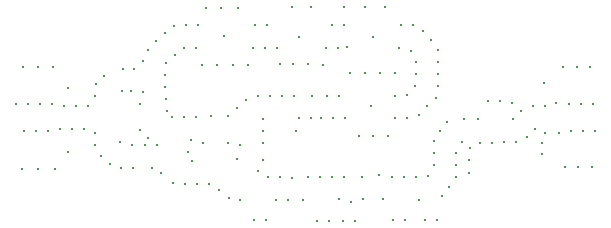
<source format=gbr>
%TF.GenerationSoftware,Altium Limited,Altium Designer,22.6.1 (34)*%
G04 Layer_Color=0*
%FSLAX26Y26*%
%MOIN*%
%TF.SameCoordinates,8B827DF8-CB59-4627-A0E1-72AFC477AE17*%
%TF.FilePolarity,Positive*%
%TF.FileFunction,Plated,1,2,PTH,Drill*%
%TF.Part,Single*%
G01*
G75*
%TA.AperFunction,ViaDrill,NotFilled*%
%ADD45C,0.010000*%
D45*
X2175000Y1440000D02*
D03*
X1861935Y1158250D02*
D03*
X1821935D02*
D03*
X2393282Y1158870D02*
D03*
X2433282D02*
D03*
X2288282D02*
D03*
X2328282D02*
D03*
X2035000Y1155000D02*
D03*
X2075000D02*
D03*
X2245000Y1650000D02*
D03*
X2145000D02*
D03*
X2295000D02*
D03*
X2951853Y1545392D02*
D03*
X2911853D02*
D03*
X2871853D02*
D03*
X2830000Y1550000D02*
D03*
X2792366Y1537725D02*
D03*
X2752366D02*
D03*
X2715027Y1523378D02*
D03*
X2686743Y1495094D02*
D03*
X2570000Y1495000D02*
D03*
X2545000Y1400000D02*
D03*
X2576468Y1416559D02*
D03*
X2616468D02*
D03*
X2656461Y1417275D02*
D03*
X2696461D02*
D03*
X2732655Y1434304D02*
D03*
X2761250Y1462275D02*
D03*
X2795000Y1450000D02*
D03*
X2840000D02*
D03*
X2880508Y1454608D02*
D03*
X2920508D02*
D03*
X2960508D02*
D03*
X2467001Y1486727D02*
D03*
X2443162Y1454607D02*
D03*
X2422667Y1420256D02*
D03*
X2422275Y1380258D02*
D03*
Y1340258D02*
D03*
X2403846Y1304756D02*
D03*
X2364097Y1300284D02*
D03*
X2324097D02*
D03*
X2284103Y1301001D02*
D03*
X2240000Y1310000D02*
D03*
X2252548Y1229987D02*
D03*
X2372294Y1224834D02*
D03*
X2450339Y1237187D02*
D03*
X2474703Y1268911D02*
D03*
X2497037Y1302095D02*
D03*
X2497725Y1342089D02*
D03*
Y1382089D02*
D03*
X2516305Y1417512D02*
D03*
X2525000Y1495000D02*
D03*
X2124793Y1302725D02*
D03*
X2084793D02*
D03*
X2044855Y1300504D02*
D03*
X2004855D02*
D03*
X1988289Y1224892D02*
D03*
X2108256Y1227275D02*
D03*
X2147448Y1219278D02*
D03*
X2186450Y1228159D02*
D03*
X2181970Y1302333D02*
D03*
X1615841Y1355166D02*
D03*
X1515000Y1315000D02*
D03*
X1553761Y1281301D02*
D03*
X1593730Y1279716D02*
D03*
X1633730D02*
D03*
X1673730D02*
D03*
X1707834Y1258815D02*
D03*
X1738371Y1232978D02*
D03*
X1777612Y1225226D02*
D03*
X1897610Y1225055D02*
D03*
X1937610Y1224892D02*
D03*
X1949748Y1297047D02*
D03*
X1909954Y1301108D02*
D03*
X1869959Y1300504D02*
D03*
X1836225Y1321999D02*
D03*
X1853108Y1358261D02*
D03*
X1767553Y1362810D02*
D03*
X1631645Y1500725D02*
D03*
X1591645D02*
D03*
X1551645D02*
D03*
X1468986Y1432608D02*
D03*
X1500304Y1407725D02*
D03*
X1460305Y1408108D02*
D03*
X1482929Y1331892D02*
D03*
X1603108Y1386800D02*
D03*
X1614047Y1425275D02*
D03*
X1652620Y1414684D02*
D03*
X1680804Y1503840D02*
D03*
X1955050Y1572725D02*
D03*
X1915125Y1570284D02*
D03*
X1875125D02*
D03*
X1835125D02*
D03*
X1796555Y1559683D02*
D03*
X1768160Y1531511D02*
D03*
X1737864Y1505392D02*
D03*
X1737156Y1414608D02*
D03*
X1776892Y1410014D02*
D03*
X1853108Y1414858D02*
D03*
X1852008Y1454842D02*
D03*
X1852813Y1494834D02*
D03*
X1972768Y1497275D02*
D03*
X2012764Y1497802D02*
D03*
X2015993Y1571556D02*
D03*
X2047071Y1496892D02*
D03*
X2087069Y1497275D02*
D03*
X2127069D02*
D03*
X2105235Y1572725D02*
D03*
X2065235D02*
D03*
X2315000Y1810000D02*
D03*
X2220000Y1770000D02*
D03*
X2308204Y1732275D02*
D03*
X2346365Y1720284D02*
D03*
X2362275Y1683584D02*
D03*
Y1643584D02*
D03*
X2360283Y1603634D02*
D03*
X2331999Y1575350D02*
D03*
X2292085Y1572725D02*
D03*
X2215000Y1540000D02*
D03*
X2294869Y1497275D02*
D03*
X2334869D02*
D03*
X2372930Y1509579D02*
D03*
X2401214Y1537863D02*
D03*
X2429218Y1566424D02*
D03*
X2437725Y1605509D02*
D03*
Y1645509D02*
D03*
Y1685509D02*
D03*
X2437030Y1725503D02*
D03*
X2414676Y1758675D02*
D03*
X2386392Y1786959D02*
D03*
X2351970Y1807333D02*
D03*
X2123532Y1807725D02*
D03*
X2083532D02*
D03*
X1975000Y1770000D02*
D03*
X2064279Y1732275D02*
D03*
X2104279D02*
D03*
X2135000Y1735000D02*
D03*
X1868188Y1807725D02*
D03*
X1828188D02*
D03*
X1819279Y1732275D02*
D03*
X1859279D02*
D03*
X1899279D02*
D03*
X1638293Y1807725D02*
D03*
X1598293D02*
D03*
X1558315Y1806397D02*
D03*
X1526200Y1782551D02*
D03*
X1497916Y1754267D02*
D03*
X1469631Y1725982D02*
D03*
X1452275Y1689944D02*
D03*
X1422613Y1663108D02*
D03*
X1412290Y1586892D02*
D03*
X1452275Y1585811D02*
D03*
X1444608Y1546553D02*
D03*
X1534147Y1520741D02*
D03*
X1530015Y1560527D02*
D03*
X1527725Y1600461D02*
D03*
Y1640461D02*
D03*
X1530701Y1680350D02*
D03*
X1558985Y1708634D02*
D03*
X1591252Y1732275D02*
D03*
X1631252D02*
D03*
X1723738Y1773229D02*
D03*
X1323939Y1639849D02*
D03*
X1296950Y1610326D02*
D03*
X1292275Y1570600D02*
D03*
X1269489Y1537725D02*
D03*
X1229489D02*
D03*
X1189489D02*
D03*
X1150231Y1545392D02*
D03*
X1110231D02*
D03*
X1070231D02*
D03*
X1030231D02*
D03*
X1056041Y1454608D02*
D03*
X1096041D02*
D03*
X1136041D02*
D03*
X1175300Y1462275D02*
D03*
X1215300D02*
D03*
X1255300D02*
D03*
X1292275Y1447017D02*
D03*
X1292667Y1407019D02*
D03*
X1313671Y1372977D02*
D03*
X1341956Y1344693D02*
D03*
X1380206Y1332992D02*
D03*
X1420191Y1331892D02*
D03*
X1415089Y1408441D02*
D03*
X1376076Y1417275D02*
D03*
X1445000Y1460000D02*
D03*
X1382765Y1587802D02*
D03*
X1385993Y1661556D02*
D03*
X1205000Y1385000D02*
D03*
X1965000Y1455000D02*
D03*
X2540000Y1315000D02*
D03*
X1755000Y1675000D02*
D03*
X2055000D02*
D03*
X1650000D02*
D03*
X1805000D02*
D03*
X2005000Y1680000D02*
D03*
X1715000Y1865000D02*
D03*
X1770000D02*
D03*
X1665000D02*
D03*
X1955000Y1680000D02*
D03*
X2015000Y1870000D02*
D03*
X1950000D02*
D03*
X2195000Y1650000D02*
D03*
X2125000Y1870000D02*
D03*
X1105000Y1670000D02*
D03*
Y1330000D02*
D03*
X2950000Y1335000D02*
D03*
X2945000Y1670000D02*
D03*
X2195000Y1870000D02*
D03*
X2905000Y1335000D02*
D03*
X2900000Y1670000D02*
D03*
X2270000Y1440000D02*
D03*
X2605000Y1555000D02*
D03*
X2260000Y1870000D02*
D03*
X2160000Y1155000D02*
D03*
X1050000Y1330000D02*
D03*
X1055000Y1670000D02*
D03*
X2685000Y1550000D02*
D03*
X2785000Y1415000D02*
D03*
X2860000Y1335000D02*
D03*
X2785000Y1380000D02*
D03*
X2855000Y1670000D02*
D03*
X2790000Y1615000D02*
D03*
X1160000Y1330000D02*
D03*
X1205000Y1600000D02*
D03*
X1155000Y1670000D02*
D03*
X2220000Y1440000D02*
D03*
X2540000Y1360000D02*
D03*
X2120000Y1155000D02*
D03*
X2645000Y1555000D02*
D03*
X1700000Y1675000D02*
D03*
X1910000Y1680000D02*
D03*
%TF.MD5,fa8f603cc4cbe849fc1c1d8ad52cf26d*%
M02*

</source>
